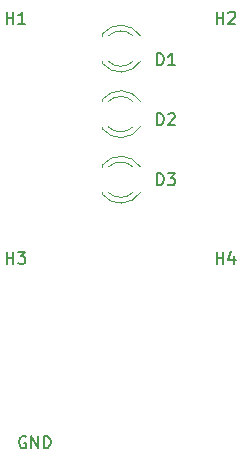
<source format=gbr>
%TF.GenerationSoftware,KiCad,Pcbnew,7.0.7*%
%TF.CreationDate,2024-02-26T20:13:22+05:30*%
%TF.ProjectId,Arduino Traffic Light Controller,41726475-696e-46f2-9054-726166666963,v01*%
%TF.SameCoordinates,Original*%
%TF.FileFunction,Legend,Top*%
%TF.FilePolarity,Positive*%
%FSLAX46Y46*%
G04 Gerber Fmt 4.6, Leading zero omitted, Abs format (unit mm)*
G04 Created by KiCad (PCBNEW 7.0.7) date 2024-02-26 20:13:22*
%MOMM*%
%LPD*%
G01*
G04 APERTURE LIST*
%ADD10C,0.150000*%
%ADD11C,0.120000*%
G04 APERTURE END LIST*
D10*
X145640588Y-105597438D02*
X145545350Y-105549819D01*
X145545350Y-105549819D02*
X145402493Y-105549819D01*
X145402493Y-105549819D02*
X145259636Y-105597438D01*
X145259636Y-105597438D02*
X145164398Y-105692676D01*
X145164398Y-105692676D02*
X145116779Y-105787914D01*
X145116779Y-105787914D02*
X145069160Y-105978390D01*
X145069160Y-105978390D02*
X145069160Y-106121247D01*
X145069160Y-106121247D02*
X145116779Y-106311723D01*
X145116779Y-106311723D02*
X145164398Y-106406961D01*
X145164398Y-106406961D02*
X145259636Y-106502200D01*
X145259636Y-106502200D02*
X145402493Y-106549819D01*
X145402493Y-106549819D02*
X145497731Y-106549819D01*
X145497731Y-106549819D02*
X145640588Y-106502200D01*
X145640588Y-106502200D02*
X145688207Y-106454580D01*
X145688207Y-106454580D02*
X145688207Y-106121247D01*
X145688207Y-106121247D02*
X145497731Y-106121247D01*
X146116779Y-106549819D02*
X146116779Y-105549819D01*
X146116779Y-105549819D02*
X146688207Y-106549819D01*
X146688207Y-106549819D02*
X146688207Y-105549819D01*
X147164398Y-106549819D02*
X147164398Y-105549819D01*
X147164398Y-105549819D02*
X147402493Y-105549819D01*
X147402493Y-105549819D02*
X147545350Y-105597438D01*
X147545350Y-105597438D02*
X147640588Y-105692676D01*
X147640588Y-105692676D02*
X147688207Y-105787914D01*
X147688207Y-105787914D02*
X147735826Y-105978390D01*
X147735826Y-105978390D02*
X147735826Y-106121247D01*
X147735826Y-106121247D02*
X147688207Y-106311723D01*
X147688207Y-106311723D02*
X147640588Y-106406961D01*
X147640588Y-106406961D02*
X147545350Y-106502200D01*
X147545350Y-106502200D02*
X147402493Y-106549819D01*
X147402493Y-106549819D02*
X147164398Y-106549819D01*
X161798095Y-90934819D02*
X161798095Y-89934819D01*
X161798095Y-90411009D02*
X162369523Y-90411009D01*
X162369523Y-90934819D02*
X162369523Y-89934819D01*
X163274285Y-90268152D02*
X163274285Y-90934819D01*
X163036190Y-89887200D02*
X162798095Y-90601485D01*
X162798095Y-90601485D02*
X163417142Y-90601485D01*
X144018095Y-90934819D02*
X144018095Y-89934819D01*
X144018095Y-90411009D02*
X144589523Y-90411009D01*
X144589523Y-90934819D02*
X144589523Y-89934819D01*
X144970476Y-89934819D02*
X145589523Y-89934819D01*
X145589523Y-89934819D02*
X145256190Y-90315771D01*
X145256190Y-90315771D02*
X145399047Y-90315771D01*
X145399047Y-90315771D02*
X145494285Y-90363390D01*
X145494285Y-90363390D02*
X145541904Y-90411009D01*
X145541904Y-90411009D02*
X145589523Y-90506247D01*
X145589523Y-90506247D02*
X145589523Y-90744342D01*
X145589523Y-90744342D02*
X145541904Y-90839580D01*
X145541904Y-90839580D02*
X145494285Y-90887200D01*
X145494285Y-90887200D02*
X145399047Y-90934819D01*
X145399047Y-90934819D02*
X145113333Y-90934819D01*
X145113333Y-90934819D02*
X145018095Y-90887200D01*
X145018095Y-90887200D02*
X144970476Y-90839580D01*
X161798095Y-70614819D02*
X161798095Y-69614819D01*
X161798095Y-70091009D02*
X162369523Y-70091009D01*
X162369523Y-70614819D02*
X162369523Y-69614819D01*
X162798095Y-69710057D02*
X162845714Y-69662438D01*
X162845714Y-69662438D02*
X162940952Y-69614819D01*
X162940952Y-69614819D02*
X163179047Y-69614819D01*
X163179047Y-69614819D02*
X163274285Y-69662438D01*
X163274285Y-69662438D02*
X163321904Y-69710057D01*
X163321904Y-69710057D02*
X163369523Y-69805295D01*
X163369523Y-69805295D02*
X163369523Y-69900533D01*
X163369523Y-69900533D02*
X163321904Y-70043390D01*
X163321904Y-70043390D02*
X162750476Y-70614819D01*
X162750476Y-70614819D02*
X163369523Y-70614819D01*
X144018095Y-70614819D02*
X144018095Y-69614819D01*
X144018095Y-70091009D02*
X144589523Y-70091009D01*
X144589523Y-70614819D02*
X144589523Y-69614819D01*
X145589523Y-70614819D02*
X145018095Y-70614819D01*
X145303809Y-70614819D02*
X145303809Y-69614819D01*
X145303809Y-69614819D02*
X145208571Y-69757676D01*
X145208571Y-69757676D02*
X145113333Y-69852914D01*
X145113333Y-69852914D02*
X145018095Y-69900533D01*
X156741905Y-84274819D02*
X156741905Y-83274819D01*
X156741905Y-83274819D02*
X156980000Y-83274819D01*
X156980000Y-83274819D02*
X157122857Y-83322438D01*
X157122857Y-83322438D02*
X157218095Y-83417676D01*
X157218095Y-83417676D02*
X157265714Y-83512914D01*
X157265714Y-83512914D02*
X157313333Y-83703390D01*
X157313333Y-83703390D02*
X157313333Y-83846247D01*
X157313333Y-83846247D02*
X157265714Y-84036723D01*
X157265714Y-84036723D02*
X157218095Y-84131961D01*
X157218095Y-84131961D02*
X157122857Y-84227200D01*
X157122857Y-84227200D02*
X156980000Y-84274819D01*
X156980000Y-84274819D02*
X156741905Y-84274819D01*
X157646667Y-83274819D02*
X158265714Y-83274819D01*
X158265714Y-83274819D02*
X157932381Y-83655771D01*
X157932381Y-83655771D02*
X158075238Y-83655771D01*
X158075238Y-83655771D02*
X158170476Y-83703390D01*
X158170476Y-83703390D02*
X158218095Y-83751009D01*
X158218095Y-83751009D02*
X158265714Y-83846247D01*
X158265714Y-83846247D02*
X158265714Y-84084342D01*
X158265714Y-84084342D02*
X158218095Y-84179580D01*
X158218095Y-84179580D02*
X158170476Y-84227200D01*
X158170476Y-84227200D02*
X158075238Y-84274819D01*
X158075238Y-84274819D02*
X157789524Y-84274819D01*
X157789524Y-84274819D02*
X157694286Y-84227200D01*
X157694286Y-84227200D02*
X157646667Y-84179580D01*
X156741905Y-79194819D02*
X156741905Y-78194819D01*
X156741905Y-78194819D02*
X156980000Y-78194819D01*
X156980000Y-78194819D02*
X157122857Y-78242438D01*
X157122857Y-78242438D02*
X157218095Y-78337676D01*
X157218095Y-78337676D02*
X157265714Y-78432914D01*
X157265714Y-78432914D02*
X157313333Y-78623390D01*
X157313333Y-78623390D02*
X157313333Y-78766247D01*
X157313333Y-78766247D02*
X157265714Y-78956723D01*
X157265714Y-78956723D02*
X157218095Y-79051961D01*
X157218095Y-79051961D02*
X157122857Y-79147200D01*
X157122857Y-79147200D02*
X156980000Y-79194819D01*
X156980000Y-79194819D02*
X156741905Y-79194819D01*
X157694286Y-78290057D02*
X157741905Y-78242438D01*
X157741905Y-78242438D02*
X157837143Y-78194819D01*
X157837143Y-78194819D02*
X158075238Y-78194819D01*
X158075238Y-78194819D02*
X158170476Y-78242438D01*
X158170476Y-78242438D02*
X158218095Y-78290057D01*
X158218095Y-78290057D02*
X158265714Y-78385295D01*
X158265714Y-78385295D02*
X158265714Y-78480533D01*
X158265714Y-78480533D02*
X158218095Y-78623390D01*
X158218095Y-78623390D02*
X157646667Y-79194819D01*
X157646667Y-79194819D02*
X158265714Y-79194819D01*
X156741905Y-74114819D02*
X156741905Y-73114819D01*
X156741905Y-73114819D02*
X156980000Y-73114819D01*
X156980000Y-73114819D02*
X157122857Y-73162438D01*
X157122857Y-73162438D02*
X157218095Y-73257676D01*
X157218095Y-73257676D02*
X157265714Y-73352914D01*
X157265714Y-73352914D02*
X157313333Y-73543390D01*
X157313333Y-73543390D02*
X157313333Y-73686247D01*
X157313333Y-73686247D02*
X157265714Y-73876723D01*
X157265714Y-73876723D02*
X157218095Y-73971961D01*
X157218095Y-73971961D02*
X157122857Y-74067200D01*
X157122857Y-74067200D02*
X156980000Y-74114819D01*
X156980000Y-74114819D02*
X156741905Y-74114819D01*
X158265714Y-74114819D02*
X157694286Y-74114819D01*
X157980000Y-74114819D02*
X157980000Y-73114819D01*
X157980000Y-73114819D02*
X157884762Y-73257676D01*
X157884762Y-73257676D02*
X157789524Y-73352914D01*
X157789524Y-73352914D02*
X157694286Y-73400533D01*
D11*
%TO.C,D3*%
X155342334Y-82741392D02*
G75*
G03*
X152110001Y-82584485I-1672334J-1078608D01*
G01*
X152629040Y-84899999D02*
G75*
G03*
X154711129Y-84899836I1040960J1079999D01*
G01*
X152110001Y-85055515D02*
G75*
G03*
X155342334Y-84898608I1559999J1235515D01*
G01*
X154711129Y-82740164D02*
G75*
G03*
X152629040Y-82740001I-1041129J-1079836D01*
G01*
X152110000Y-84900000D02*
X152110000Y-85056000D01*
X152110000Y-82584000D02*
X152110000Y-82740000D01*
%TO.C,D2*%
X152110000Y-77034000D02*
X152110000Y-77190000D01*
X152110000Y-79350000D02*
X152110000Y-79506000D01*
X154711129Y-77190164D02*
G75*
G03*
X152629040Y-77190001I-1041129J-1079836D01*
G01*
X152110001Y-79505515D02*
G75*
G03*
X155342334Y-79348608I1559999J1235515D01*
G01*
X152629040Y-79349999D02*
G75*
G03*
X154711129Y-79349836I1040960J1079999D01*
G01*
X155342334Y-77191392D02*
G75*
G03*
X152110001Y-77034485I-1672334J-1078608D01*
G01*
%TO.C,D1*%
X152110000Y-71484000D02*
X152110000Y-71640000D01*
X152110000Y-73800000D02*
X152110000Y-73956000D01*
X154711129Y-71640164D02*
G75*
G03*
X152629040Y-71640001I-1041129J-1079836D01*
G01*
X152110001Y-73955515D02*
G75*
G03*
X155342334Y-73798608I1559999J1235515D01*
G01*
X152629040Y-73799999D02*
G75*
G03*
X154711129Y-73799836I1040960J1079999D01*
G01*
X155342334Y-71641392D02*
G75*
G03*
X152110001Y-71484485I-1672334J-1078608D01*
G01*
%TD*%
M02*

</source>
